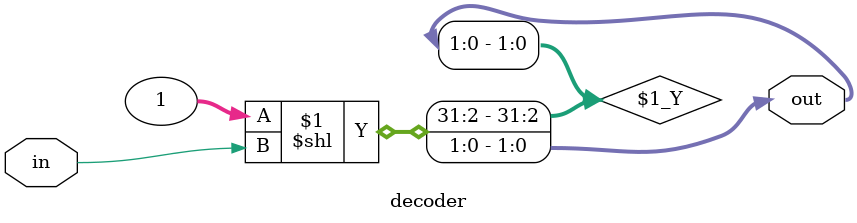
<source format=sv>
`timescale 1 ns / 1 ps

module decoder
  # (parameter ENCODE_WIDTH = 1,
     parameter DECODE_WIDTH = 2**ENCODE_WIDTH
    )

  (
    input  [ENCODE_WIDTH-1:0] in,
    output [DECODE_WIDTH-1:0] out
  );

  localparam latency = 1;

  assign #latency out = 'b1<<in;

endmodule

</source>
